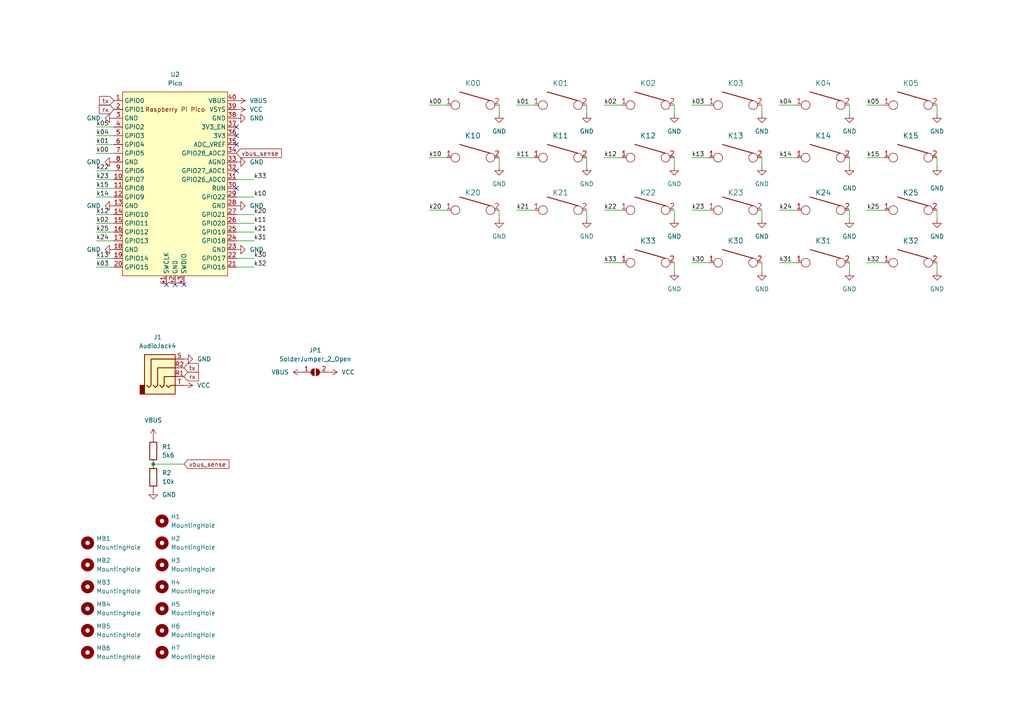
<source format=kicad_sch>
(kicad_sch (version 20231120) (generator "eeschema") (generator_version "8.0")
  (paper "A4")
  (title_block (rev "rev1.0"))
  (lib_symbols
    (symbol "Connector_Audio:AudioJack4"
      (property "Reference" "J" (at 0 8.89 0))
      (property "Value" "AudioJack4" (at 0 6.35 0))
      (symbol "AudioJack4_0_1"
        (rectangle (start -6.35 -5.08) (end -7.62 -7.62) (stroke (width 0.254)) (fill (type outline)))
        (polyline (pts (xy 0 -5.08) (xy 0.635 -5.715) (xy 1.27 -5.08) (xy 2.54 -5.08)) (stroke (width 0.254)))
        (polyline (pts (xy -5.715 -5.08) (xy -5.08 -5.715) (xy -4.445 -5.08) (xy -4.445 2.54) (xy 2.54 2.54)) (stroke (width 0.254)))
        (polyline (pts (xy -1.905 -5.08) (xy -1.27 -5.715) (xy -0.635 -5.08) (xy -0.635 -2.54) (xy 2.54 -2.54)) (stroke (width 0.254)))
        (polyline (pts (xy 2.54 0) (xy -2.54 0) (xy -2.54 -5.08) (xy -3.175 -5.715) (xy -3.81 -5.08)) (stroke (width 0.254)))
        (rectangle (start 2.54 3.81) (end -6.35 -7.62) (stroke (width 0.254)) (fill (type background)))
      )
      (symbol "AudioJack4_1_1"
        (pin passive line (at 5.08 -2.54 180) (length 2.54) (name "~") (number "R1"))
        (pin passive line (at 5.08 0 180) (length 2.54) (name "~") (number "R2"))
        (pin passive line (at 5.08 2.54 180) (length 2.54) (name "~") (number "S"))
        (pin passive line (at 5.08 -5.08 180) (length 2.54) (name "~") (number "T"))
      )
    )
    (symbol "Device:R" (pin_numbers hide) (pin_names (offset 0))
      (property "Reference" "R" (at 2.032 0 90))
      (property "Value" "R" (at 0 0 90))
      (symbol "R_0_1"
        (rectangle (start -1.016 -2.54) (end 1.016 2.54) (stroke (width 0.254)))
      )
      (symbol "R_1_1"
        (pin passive line (at 0 3.81 270) (length 1.27) (name "~") (number "1"))
        (pin passive line (at 0 -3.81 90) (length 1.27) (name "~") (number "2"))
      )
    )
    (symbol "Jumper:SolderJumper_2_Open" (pin_names (offset 0) hide)
      (property "Reference" "JP" (at 0 2.032 0))
      (property "Value" "SolderJumper_2_Open" (at 0 -2.54 0))
      (symbol "SolderJumper_2_Open_0_1"
        (arc (start -0.254 1.016) (mid -1.2656 0) (end -0.254 -1.016))
        (arc (start -0.254 1.016) (mid -1.2656 0) (end -0.254 -1.016) (fill (type outline)))
        (polyline (pts (xy -0.254 1.016) (xy -0.254 -1.016)))
        (polyline (pts (xy 0.254 1.016) (xy 0.254 -1.016)))
        (arc (start 0.254 -1.016) (mid 1.2656 0) (end 0.254 1.016))
        (arc (start 0.254 -1.016) (mid 1.2656 0) (end 0.254 1.016) (fill (type outline)))
      )
      (symbol "SolderJumper_2_Open_1_1"
        (pin passive line (at -3.81 0 0) (length 2.54) (name "A") (number "1"))
        (pin passive line (at 3.81 0 180) (length 2.54) (name "B") (number "2"))
      )
    )
    (symbol "KiCad-RP-Pico:Pico"
      (property "Reference" "U" (at -13.97 27.94 0))
      (property "Value" "Pico" (at 0 19.05 0))
      (symbol "Pico_0_0"
        (text "Raspberry Pi Pico" (at 0 21.59 0) (effects (font (size 1.27 1.27))))
      )
      (symbol "Pico_0_1"
        (rectangle (start -15.24 26.67) (end 15.24 -26.67) (fill (type background)))
      )
      (symbol "Pico_1_1"
        (pin bidirectional line (at -17.78 24.13 0) (length 2.54) (name "GPIO0") (number "1"))
        (pin bidirectional line (at -17.78 1.27 0) (length 2.54) (name "GPIO7") (number "10"))
        (pin bidirectional line (at -17.78 -1.27 0) (length 2.54) (name "GPIO8") (number "11"))
        (pin bidirectional line (at -17.78 -3.81 0) (length 2.54) (name "GPIO9") (number "12"))
        (pin power_in line (at -17.78 -6.35 0) (length 2.54) (name "GND") (number "13"))
        (pin bidirectional line (at -17.78 -8.89 0) (length 2.54) (name "GPIO10") (number "14"))
        (pin bidirectional line (at -17.78 -11.43 0) (length 2.54) (name "GPIO11") (number "15"))
        (pin bidirectional line (at -17.78 -13.97 0) (length 2.54) (name "GPIO12") (number "16"))
        (pin bidirectional line (at -17.78 -16.51 0) (length 2.54) (name "GPIO13") (number "17"))
        (pin power_in line (at -17.78 -19.05 0) (length 2.54) (name "GND") (number "18"))
        (pin bidirectional line (at -17.78 -21.59 0) (length 2.54) (name "GPIO14") (number "19"))
        (pin bidirectional line (at -17.78 21.59 0) (length 2.54) (name "GPIO1") (number "2"))
        (pin bidirectional line (at -17.78 -24.13 0) (length 2.54) (name "GPIO15") (number "20"))
        (pin bidirectional line (at 17.78 -24.13 180) (length 2.54) (name "GPIO16") (number "21"))
        (pin bidirectional line (at 17.78 -21.59 180) (length 2.54) (name "GPIO17") (number "22"))
        (pin power_in line (at 17.78 -19.05 180) (length 2.54) (name "GND") (number "23"))
        (pin bidirectional line (at 17.78 -16.51 180) (length 2.54) (name "GPIO18") (number "24"))
        (pin bidirectional line (at 17.78 -13.97 180) (length 2.54) (name "GPIO19") (number "25"))
        (pin bidirectional line (at 17.78 -11.43 180) (length 2.54) (name "GPIO20") (number "26"))
        (pin bidirectional line (at 17.78 -8.89 180) (length 2.54) (name "GPIO21") (number "27"))
        (pin power_in line (at 17.78 -6.35 180) (length 2.54) (name "GND") (number "28"))
        (pin bidirectional line (at 17.78 -3.81 180) (length 2.54) (name "GPIO22") (number "29"))
        (pin power_in line (at -17.78 19.05 0) (length 2.54) (name "GND") (number "3"))
        (pin input line (at 17.78 -1.27 180) (length 2.54) (name "RUN") (number "30"))
        (pin bidirectional line (at 17.78 1.27 180) (length 2.54) (name "GPIO26_ADC0") (number "31"))
        (pin bidirectional line (at 17.78 3.81 180) (length 2.54) (name "GPIO27_ADC1") (number "32"))
        (pin power_in line (at 17.78 6.35 180) (length 2.54) (name "AGND") (number "33"))
        (pin bidirectional line (at 17.78 8.89 180) (length 2.54) (name "GPIO28_ADC2") (number "34"))
        (pin power_in line (at 17.78 11.43 180) (length 2.54) (name "ADC_VREF") (number "35"))
        (pin power_in line (at 17.78 13.97 180) (length 2.54) (name "3V3") (number "36"))
        (pin input line (at 17.78 16.51 180) (length 2.54) (name "3V3_EN") (number "37"))
        (pin bidirectional line (at 17.78 19.05 180) (length 2.54) (name "GND") (number "38"))
        (pin power_in line (at 17.78 21.59 180) (length 2.54) (name "VSYS") (number "39"))
        (pin bidirectional line (at -17.78 16.51 0) (length 2.54) (name "GPIO2") (number "4"))
        (pin power_in line (at 17.78 24.13 180) (length 2.54) (name "VBUS") (number "40"))
        (pin input line (at -2.54 -29.21 90) (length 2.54) (name "SWCLK") (number "41"))
        (pin power_in line (at 0 -29.21 90) (length 2.54) (name "GND") (number "42"))
        (pin bidirectional line (at 2.54 -29.21 90) (length 2.54) (name "SWDIO") (number "43"))
        (pin bidirectional line (at -17.78 13.97 0) (length 2.54) (name "GPIO3") (number "5"))
        (pin bidirectional line (at -17.78 11.43 0) (length 2.54) (name "GPIO4") (number "6"))
        (pin bidirectional line (at -17.78 8.89 0) (length 2.54) (name "GPIO5") (number "7"))
        (pin power_in line (at -17.78 6.35 0) (length 2.54) (name "GND") (number "8"))
        (pin bidirectional line (at -17.78 3.81 0) (length 2.54) (name "GPIO6") (number "9"))
      )
    )
    (symbol "Mechanical:MountingHole" (pin_names (offset 1.016))
      (property "Reference" "H" (at 0 5.08 0))
      (property "Value" "MountingHole" (at 0 3.175 0))
      (symbol "MountingHole_0_1"
        (circle (center 0 0) (radius 1.27) (stroke (width 1.27)))
      )
    )
    (symbol "keyboard_parts:KEYSW" (pin_names (offset 1.016))
      (property "Reference" "K?" (at -1.27 0 0))
      (symbol "KEYSW_0_1"
        (circle (center -5.08 0) (radius 1.27))
        (polyline (pts (xy -5.08 1.27) (xy 3.81 3.81)) (stroke (width 0.254)))
        (circle (center 5.08 0) (radius 1.27))
      )
      (symbol "KEYSW_1_1"
        (pin passive line (at 7.62 0 180) (length 1.27) (name "~") (number "1"))
        (pin passive line (at -7.62 0 0) (length 1.27) (name "~") (number "2"))
      )
    )
    (symbol "power:GND" (power) (pin_names (offset 0))
      (property "Value" "GND" (at 0 -3.81 0))
      (symbol "GND_0_1"
        (polyline (pts (xy 0 0) (xy 0 -1.27) (xy 1.27 -1.27) (xy 0 -2.54) (xy -1.27 -1.27) (xy 0 -1.27)))
      )
      (symbol "GND_1_1"
        (pin power_in line (at 0 0 270) (length 0) hide (name "GND") (number "1"))
      )
    )
    (symbol "power:VBUS" (power) (pin_names (offset 0))
      (property "Value" "VBUS" (at 0 3.81 0))
      (symbol "VBUS_0_1"
        (polyline (pts (xy -0.762 1.27) (xy 0 2.54)))
        (polyline (pts (xy 0 0) (xy 0 2.54)))
        (polyline (pts (xy 0 2.54) (xy 0.762 1.27)))
      )
      (symbol "VBUS_1_1"
        (pin power_in line (at 0 0 90) (length 0) hide (name "VBUS") (number "1"))
      )
    )
    (symbol "power:VCC" (power) (pin_names (offset 0))
      (property "Value" "VCC" (at 0 3.81 0))
      (symbol "VCC_0_1"
        (polyline (pts (xy -0.762 1.27) (xy 0 2.54)))
        (polyline (pts (xy 0 0) (xy 0 2.54)))
        (polyline (pts (xy 0 2.54) (xy 0.762 1.27)))
      )
      (symbol "VCC_1_1"
        (pin power_in line (at 0 0 90) (length 0) hide (name "VCC") (number "1"))
      )
    )
  )
  (junction (at 44.45 134.62))
  (no_connect (at 68.58 49.53))
  (no_connect (at 53.34 82.55))
  (no_connect (at 50.8 82.55))
  (no_connect (at 48.26 82.55))
  (no_connect (at 68.58 39.37))
  (no_connect (at 68.58 41.91))
  (no_connect (at 68.58 36.83))
  (no_connect (at 68.58 54.61))
  (wire (pts (xy 149.86 60.96) (xy 154.94 60.96)))
  (wire (pts (xy 27.94 41.91) (xy 33.02 41.91)))
  (wire (pts (xy 200.66 45.72) (xy 205.74 45.72)))
  (wire (pts (xy 251.46 30.48) (xy 256.54 30.48)))
  (wire (pts (xy 124.46 45.72) (xy 129.54 45.72)))
  (wire (pts (xy 200.66 60.96) (xy 205.74 60.96)))
  (wire (pts (xy 68.58 67.31) (xy 73.66 67.31)))
  (wire (pts (xy 149.86 45.72) (xy 154.94 45.72)))
  (wire (pts (xy 27.94 49.53) (xy 33.02 49.53)))
  (wire (pts (xy 68.58 62.23) (xy 73.66 62.23)))
  (wire (pts (xy 27.94 74.93) (xy 33.02 74.93)))
  (wire (pts (xy 175.26 60.96) (xy 180.34 60.96)))
  (wire (pts (xy 251.46 60.96) (xy 256.54 60.96)))
  (wire (pts (xy 195.58 63.5) (xy 195.58 60.96)))
  (wire (pts (xy 144.78 63.5) (xy 144.78 60.96)))
  (wire (pts (xy 246.38 48.26) (xy 246.38 45.72)))
  (wire (pts (xy 220.98 48.26) (xy 220.98 45.72)))
  (wire (pts (xy 144.78 48.26) (xy 144.78 45.72)))
  (wire (pts (xy 27.94 67.31) (xy 33.02 67.31)))
  (wire (pts (xy 27.94 77.47) (xy 33.02 77.47)))
  (wire (pts (xy 175.26 45.72) (xy 180.34 45.72)))
  (wire (pts (xy 246.38 78.74) (xy 246.38 76.2)))
  (wire (pts (xy 271.78 48.26) (xy 271.78 45.72)))
  (wire (pts (xy 200.66 76.2) (xy 205.74 76.2)))
  (wire (pts (xy 226.06 45.72) (xy 231.14 45.72)))
  (wire (pts (xy 68.58 57.15) (xy 73.66 57.15)))
  (wire (pts (xy 200.66 30.48) (xy 205.74 30.48)))
  (wire (pts (xy 220.98 78.74) (xy 220.98 76.2)))
  (wire (pts (xy 271.78 63.5) (xy 271.78 60.96)))
  (wire (pts (xy 124.46 60.96) (xy 129.54 60.96)))
  (wire (pts (xy 27.94 69.85) (xy 33.02 69.85)))
  (wire (pts (xy 27.94 54.61) (xy 33.02 54.61)))
  (wire (pts (xy 144.78 33.02) (xy 144.78 30.48)))
  (wire (pts (xy 195.58 48.26) (xy 195.58 45.72)))
  (wire (pts (xy 170.18 63.5) (xy 170.18 60.96)))
  (wire (pts (xy 246.38 63.5) (xy 246.38 60.96)))
  (wire (pts (xy 175.26 76.2) (xy 180.34 76.2)))
  (wire (pts (xy 226.06 30.48) (xy 231.14 30.48)))
  (wire (pts (xy 124.46 30.48) (xy 129.54 30.48)))
  (wire (pts (xy 27.94 39.37) (xy 33.02 39.37)))
  (wire (pts (xy 27.94 57.15) (xy 33.02 57.15)))
  (wire (pts (xy 170.18 48.26) (xy 170.18 45.72)))
  (wire (pts (xy 195.58 78.74) (xy 195.58 76.2)))
  (wire (pts (xy 175.26 30.48) (xy 180.34 30.48)))
  (wire (pts (xy 68.58 74.93) (xy 73.66 74.93)))
  (wire (pts (xy 73.66 52.07) (xy 68.58 52.07)))
  (wire (pts (xy 27.94 36.83) (xy 33.02 36.83)))
  (wire (pts (xy 27.94 64.77) (xy 33.02 64.77)))
  (wire (pts (xy 44.45 134.62) (xy 53.34 134.62)))
  (wire (pts (xy 68.58 77.47) (xy 73.66 77.47)))
  (wire (pts (xy 195.58 33.02) (xy 195.58 30.48)))
  (wire (pts (xy 251.46 45.72) (xy 256.54 45.72)))
  (wire (pts (xy 27.94 44.45) (xy 33.02 44.45)))
  (wire (pts (xy 226.06 60.96) (xy 231.14 60.96)))
  (wire (pts (xy 68.58 64.77) (xy 73.66 64.77)))
  (wire (pts (xy 170.18 33.02) (xy 170.18 30.48)))
  (wire (pts (xy 226.06 76.2) (xy 231.14 76.2)))
  (wire (pts (xy 271.78 33.02) (xy 271.78 30.48)))
  (wire (pts (xy 246.38 33.02) (xy 246.38 30.48)))
  (wire (pts (xy 251.46 76.2) (xy 256.54 76.2)))
  (wire (pts (xy 220.98 33.02) (xy 220.98 30.48)))
  (wire (pts (xy 27.94 52.07) (xy 33.02 52.07)))
  (wire (pts (xy 27.94 62.23) (xy 33.02 62.23)))
  (wire (pts (xy 149.86 30.48) (xy 154.94 30.48)))
  (wire (pts (xy 68.58 69.85) (xy 73.66 69.85)))
  (wire (pts (xy 271.78 78.74) (xy 271.78 76.2)))
  (wire (pts (xy 220.98 63.5) (xy 220.98 60.96)))
  (label "k33" (at 175.26 76.2 0))
  (label "k11" (at 73.66 64.77 0))
  (label "k21" (at 73.66 67.31 0))
  (label "k13" (at 27.94 74.93 0))
  (label "k30" (at 200.66 76.2 0))
  (label "k02" (at 175.26 30.48 0))
  (label "k04" (at 226.06 30.48 0))
  (label "k20" (at 73.66 62.23 0))
  (label "k00" (at 27.94 44.45 0))
  (label "k01" (at 27.94 41.91 0))
  (label "k00" (at 124.46 30.48 0))
  (label "k03" (at 200.66 30.48 0))
  (label "k15" (at 251.46 45.72 0))
  (label "k23" (at 200.66 60.96 0))
  (label "k10" (at 73.66 57.15 0))
  (label "k24" (at 226.06 60.96 0))
  (label "k05" (at 251.46 30.48 0))
  (label "k32" (at 73.66 77.47 0))
  (label "k22" (at 175.26 60.96 0))
  (label "k03" (at 27.94 77.47 0))
  (label "k02" (at 27.94 64.77 0))
  (label "k01" (at 149.86 30.48 0))
  (label "k22" (at 27.94 49.53 0))
  (label "k10" (at 124.46 45.72 0))
  (label "k12" (at 27.94 62.23 0))
  (label "k30" (at 73.66 74.93 0))
  (label "k31" (at 73.66 69.85 0))
  (label "k24" (at 27.94 69.85 0))
  (label "k32" (at 251.46 76.2 0))
  (label "k14" (at 226.06 45.72 0))
  (label "k12" (at 175.26 45.72 0))
  (label "k23" (at 27.94 52.07 0))
  (label "k11" (at 149.86 45.72 0))
  (label "k15" (at 27.94 54.61 0))
  (label "k25" (at 27.94 67.31 0))
  (label "k33" (at 73.66 52.07 0))
  (label "k04" (at 27.94 39.37 0))
  (label "k31" (at 226.06 76.2 0))
  (label "k13" (at 200.66 45.72 0))
  (label "k21" (at 149.86 60.96 0))
  (label "k25" (at 251.46 60.96 0))
  (label "k05" (at 27.94 36.83 0))
  (label "k14" (at 27.94 57.15 0))
  (label "k20" (at 124.46 60.96 0))
  (global_label "rx" (shape input) (at 53.34 109.22 0) (property "Intersheetrefs" "${INTERSHEET_REFS}" (effects (hide yes))))
  (global_label "vbus_sense" (shape input) (at 53.34 134.62 0) (property "Intersheetrefs" "${INTERSHEET_REFS}" (effects (hide yes))))
  (global_label "tx" (shape input) (at 53.34 106.68 0) (property "Intersheetrefs" "${INTERSHEET_REFS}" (effects (hide yes))))
  (global_label "tx" (shape input) (at 33.02 29.21 180) (property "Intersheetrefs" "${INTERSHEET_REFS}" (effects (hide yes))))
  (global_label "vbus_sense" (shape input) (at 68.58 44.45 0) (property "Intersheetrefs" "${INTERSHEET_REFS}" (effects (hide yes))))
  (global_label "rx" (shape input) (at 33.02 31.75 180) (property "Intersheetrefs" "${INTERSHEET_REFS}" (effects (hide yes))))
  (symbol (lib_id "keyboard_parts:KEYSW") (at 264.16 76.2 0) (mirror y) (unit 1)
    (property "Reference" "K32" (at 264.16 69.85 0) (effects (font (size 1.524 1.524))))
    (property "Value" "KEYSW" (effects (hide yes)))
    (property "Footprint" "PIANTORUV44-footprints:PIANTORUV-KEYSWITCH" (effects (hide yes)))
  )
  (symbol (lib_id "Mechanical:MountingHole") (at 25.4 170.18 0) (unit 1)
    (property "Reference" "MB3" (at 27.94 168.9099 0) (effects (justify left)))
    (property "Value" "MountingHole" (at 27.94 171.4499 0) (effects (justify left)))
    (property "Footprint" "PIANTORUV44-footprints:PIANTORUV-MOUSEBITES3" (effects (hide yes)))
  )
  (symbol (lib_id "power:GND") (at 195.58 48.26 0) (unit 1)
    (property "Reference" "#PWR0104" (effects (hide yes)))
    (property "Value" "GND" (at 195.58 53.34 0))
  )
  (symbol (lib_id "power:VBUS") (at 68.58 29.21 270) (unit 1)
    (property "Reference" "#PWR0124" (effects (hide yes)))
    (property "Value" "VBUS" (at 72.39 29.2099 90) (effects (justify left)))
  )
  (symbol (lib_id "power:VBUS") (at 87.63 107.95 90) (unit 1)
    (property "Reference" "#PWR02" (effects (hide yes)))
    (property "Value" "VBUS" (at 83.82 107.95 90) (effects (justify left)))
  )
  (symbol (lib_id "power:GND") (at 53.34 104.14 90) (unit 1)
    (property "Reference" "#PWR01" (effects (hide yes)))
    (property "Value" "GND" (at 57.15 104.1399 90) (effects (justify right)))
  )
  (symbol (lib_id "power:VCC") (at 95.25 107.95 270) (unit 1)
    (property "Reference" "#PWR03" (effects (hide yes)))
    (property "Value" "VCC" (at 99.06 107.9499 90) (effects (justify left)))
  )
  (symbol (lib_id "power:GND") (at 33.02 59.69 270) (unit 1)
    (property "Reference" "#PWR0128" (effects (hide yes)))
    (property "Value" "GND" (at 29.21 59.6899 90) (effects (justify right)))
  )
  (symbol (lib_id "keyboard_parts:KEYSW") (at 238.76 60.96 0) (mirror y) (unit 1)
    (property "Reference" "K24" (at 238.76 55.88 0) (effects (font (size 1.524 1.524))))
    (property "Value" "KEYSW" (effects (hide yes)))
    (property "Footprint" "PIANTORUV44-footprints:PIANTORUV-KEYSWITCH" (effects (hide yes)))
  )
  (symbol (lib_id "power:GND") (at 68.58 46.99 90) (unit 1)
    (property "Reference" "#PWR0111" (effects (hide yes)))
    (property "Value" "GND" (at 72.39 46.9899 90) (effects (justify right)))
  )
  (symbol (lib_id "power:VCC") (at 53.34 111.76 270) (unit 1)
    (property "Reference" "#PWR04" (effects (hide yes)))
    (property "Value" "VCC" (at 57.15 111.7599 90) (effects (justify left)))
  )
  (symbol (lib_id "keyboard_parts:KEYSW") (at 137.16 30.48 0) (mirror y) (unit 1)
    (property "Reference" "K00" (at 137.16 24.13 0) (effects (font (size 1.524 1.524))))
    (property "Value" "KEYSW" (effects (hide yes)))
    (property "Footprint" "PIANTORUV44-footprints:PIANTORUV-KEYSWITCH" (effects (hide yes)))
  )
  (symbol (lib_id "power:GND") (at 195.58 78.74 0) (unit 1)
    (property "Reference" "#PWR05" (effects (hide yes)))
    (property "Value" "GND" (at 195.58 83.82 0))
  )
  (symbol (lib_id "Mechanical:MountingHole") (at 46.99 170.18 0) (unit 1)
    (property "Reference" "H4" (at 49.53 168.9099 0) (effects (justify left)))
    (property "Value" "MountingHole" (at 49.53 171.4499 0) (effects (justify left)))
    (property "Footprint" "MountingHole:MountingHole_2.2mm_M2" (effects (hide yes)))
  )
  (symbol (lib_id "power:VBUS") (at 44.45 127 0) (unit 1)
    (property "Reference" "#PWR0125" (effects (hide yes)))
    (property "Value" "VBUS" (at 44.45 121.92 0))
  )
  (symbol (lib_id "keyboard_parts:KEYSW") (at 264.16 45.72 0) (mirror y) (unit 1)
    (property "Reference" "K15" (at 264.16 39.37 0) (effects (font (size 1.524 1.524))))
    (property "Value" "KEYSW" (effects (hide yes)))
    (property "Footprint" "PIANTORUV44-footprints:PIANTORUV-KEYSWITCH" (effects (hide yes)))
  )
  (symbol (lib_id "power:GND") (at 144.78 48.26 0) (unit 1)
    (property "Reference" "#PWR0107" (effects (hide yes)))
    (property "Value" "GND" (at 144.78 53.34 0))
  )
  (symbol (lib_id "power:GND") (at 195.58 63.5 0) (unit 1)
    (property "Reference" "#PWR0105" (effects (hide yes)))
    (property "Value" "GND" (at 195.58 68.58 0))
  )
  (symbol (lib_id "Mechanical:MountingHole") (at 25.4 163.83 0) (unit 1)
    (property "Reference" "MB2" (at 27.94 162.5599 0) (effects (justify left)))
    (property "Value" "MountingHole" (at 27.94 165.0999 0) (effects (justify left)))
    (property "Footprint" "PIANTORUV44-footprints:PIANTORUV-MOUSEBITES2" (effects (hide yes)))
  )
  (symbol (lib_id "Mechanical:MountingHole") (at 46.99 157.48 0) (unit 1)
    (property "Reference" "H2" (at 49.53 156.2099 0) (effects (justify left)))
    (property "Value" "MountingHole" (at 49.53 158.7499 0) (effects (justify left)))
    (property "Footprint" "MountingHole:MountingHole_2.2mm_M2" (effects (hide yes)))
  )
  (symbol (lib_id "keyboard_parts:KEYSW") (at 213.36 30.48 0) (mirror y) (unit 1)
    (property "Reference" "K03" (at 213.36 24.13 0) (effects (font (size 1.524 1.524))))
    (property "Value" "KEYSW" (effects (hide yes)))
    (property "Footprint" "PIANTORUV44-footprints:PIANTORUV-KEYSWITCH" (effects (hide yes)))
  )
  (symbol (lib_id "power:GND") (at 246.38 63.5 0) (unit 1)
    (property "Reference" "#PWR0121" (effects (hide yes)))
    (property "Value" "GND" (at 246.38 68.58 0))
  )
  (symbol (lib_id "keyboard_parts:KEYSW") (at 187.96 30.48 0) (mirror y) (unit 1)
    (property "Reference" "K02" (at 187.96 24.13 0) (effects (font (size 1.524 1.524))))
    (property "Value" "KEYSW" (effects (hide yes)))
    (property "Footprint" "PIANTORUV44-footprints:PIANTORUV-KEYSWITCH" (effects (hide yes)))
  )
  (symbol (lib_id "keyboard_parts:KEYSW") (at 162.56 45.72 0) (mirror y) (unit 1)
    (property "Reference" "K11" (at 162.56 39.37 0) (effects (font (size 1.524 1.524))))
    (property "Value" "KEYSW" (effects (hide yes)))
    (property "Footprint" "PIANTORUV44-footprints:PIANTORUV-KEYSWITCH" (effects (hide yes)))
  )
  (symbol (lib_id "keyboard_parts:KEYSW") (at 187.96 60.96 0) (mirror y) (unit 1)
    (property "Reference" "K22" (at 187.96 55.88 0) (effects (font (size 1.524 1.524))))
    (property "Value" "KEYSW" (effects (hide yes)))
    (property "Footprint" "PIANTORUV44-footprints:PIANTORUV-KEYSWITCH" (effects (hide yes)))
  )
  (symbol (lib_id "power:GND") (at 271.78 33.02 0) (unit 1)
    (property "Reference" "#PWR0115" (effects (hide yes)))
    (property "Value" "GND" (at 271.78 38.1 0))
  )
  (symbol (lib_id "power:GND") (at 271.78 63.5 0) (unit 1)
    (property "Reference" "#PWR0118" (effects (hide yes)))
    (property "Value" "GND" (at 271.78 68.58 0))
  )
  (symbol (lib_id "power:GND") (at 271.78 78.74 0) (unit 1)
    (property "Reference" "#PWR0117" (effects (hide yes)))
    (property "Value" "GND" (at 271.78 83.82 0))
  )
  (symbol (lib_id "Mechanical:MountingHole") (at 25.4 157.48 0) (unit 1)
    (property "Reference" "MB1" (at 27.94 156.2099 0) (effects (justify left)))
    (property "Value" "MountingHole" (at 27.94 158.7499 0) (effects (justify left)))
    (property "Footprint" "PIANTORUV44-footprints:PIANTORUV-MOUSEBITES2" (effects (hide yes)))
  )
  (symbol (lib_id "Mechanical:MountingHole") (at 46.99 182.88 0) (unit 1)
    (property "Reference" "H6" (at 49.53 181.6099 0) (effects (justify left)))
    (property "Value" "MountingHole" (at 49.53 184.1499 0) (effects (justify left)))
    (property "Footprint" "MountingHole:MountingHole_2.2mm_M2" (effects (hide yes)))
  )
  (symbol (lib_id "power:GND") (at 246.38 48.26 0) (unit 1)
    (property "Reference" "#PWR0119" (effects (hide yes)))
    (property "Value" "GND" (at 246.38 54.61 0))
  )
  (symbol (lib_id "power:GND") (at 170.18 63.5 0) (unit 1)
    (property "Reference" "#PWR0101" (effects (hide yes)))
    (property "Value" "GND" (at 170.18 68.58 0))
  )
  (symbol (lib_id "keyboard_parts:KEYSW") (at 238.76 30.48 0) (mirror y) (unit 1)
    (property "Reference" "K04" (at 238.76 24.13 0) (effects (font (size 1.524 1.524))))
    (property "Value" "KEYSW" (effects (hide yes)))
    (property "Footprint" "PIANTORUV44-footprints:PIANTORUV-KEYSWITCH" (effects (hide yes)))
  )
  (symbol (lib_id "power:GND") (at 246.38 78.74 0) (unit 1)
    (property "Reference" "#PWR0120" (effects (hide yes)))
    (property "Value" "GND" (at 246.38 83.82 0))
  )
  (symbol (lib_id "power:GND") (at 68.58 72.39 90) (unit 1)
    (property "Reference" "#PWR0135" (effects (hide yes)))
    (property "Value" "GND" (at 72.39 72.3899 90) (effects (justify right)))
  )
  (symbol (lib_id "Device:R") (at 44.45 138.43 0) (unit 1)
    (property "Reference" "R2" (at 46.99 137.1599 0) (effects (justify left)))
    (property "Value" "10k" (at 46.99 139.6999 0) (effects (justify left)))
    (property "Footprint" "Resistor_SMD:R_1206_3216Metric_Pad1.30x1.75mm_HandSolder" (effects (hide yes)))
  )
  (symbol (lib_id "Mechanical:MountingHole") (at 25.4 189.23 0) (unit 1)
    (property "Reference" "MB6" (at 27.94 187.9599 0) (effects (justify left)))
    (property "Value" "MountingHole" (at 27.94 190.4999 0) (effects (justify left)))
    (property "Footprint" "PIANTORUV44-footprints:breakaway-mousebites" (effects (hide yes)))
  )
  (symbol (lib_id "keyboard_parts:KEYSW") (at 213.36 76.2 0) (mirror y) (unit 1)
    (property "Reference" "K30" (at 213.36 69.85 0) (effects (font (size 1.524 1.524))))
    (property "Value" "KEYSW" (effects (hide yes)))
    (property "Footprint" "PIANTORUV44-footprints:PIANTORUV-KEYSWITCH" (effects (hide yes)))
  )
  (symbol (lib_id "power:GND") (at 246.38 33.02 0) (unit 1)
    (property "Reference" "#PWR0112" (effects (hide yes)))
    (property "Value" "GND" (at 246.38 38.1 0))
  )
  (symbol (lib_id "power:GND") (at 33.02 72.39 270) (unit 1)
    (property "Reference" "#PWR0129" (effects (hide yes)))
    (property "Value" "GND" (at 29.21 72.3899 90) (effects (justify right)))
  )
  (symbol (lib_id "power:GND") (at 68.58 34.29 90) (unit 1)
    (property "Reference" "#PWR0132" (effects (hide yes)))
    (property "Value" "GND" (at 72.39 34.2899 90) (effects (justify right)))
  )
  (symbol (lib_id "KiCad-RP-Pico:Pico") (at 50.8 53.34 0) (unit 1)
    (property "Reference" "U2" (at 50.8 21.59 0))
    (property "Value" "Pico" (at 50.8 24.13 0))
    (property "Footprint" "PIANTORUV44-footprints:PIANTORUV-PICO" (effects (hide yes)))
  )
  (symbol (lib_id "keyboard_parts:KEYSW") (at 137.16 60.96 0) (mirror y) (unit 1)
    (property "Reference" "K20" (at 137.16 55.88 0) (effects (font (size 1.524 1.524))))
    (property "Value" "KEYSW" (effects (hide yes)))
    (property "Footprint" "PIANTORUV44-footprints:PIANTORUV-KEYSWITCH" (effects (hide yes)))
  )
  (symbol (lib_id "power:GND") (at 44.45 142.24 0) (unit 1)
    (property "Reference" "#PWR0127" (effects (hide yes)))
    (property "Value" "GND" (at 46.99 143.5099 0) (effects (justify left)))
  )
  (symbol (lib_id "power:VCC") (at 68.58 31.75 270) (unit 1)
    (property "Reference" "#PWR0133" (effects (hide yes)))
    (property "Value" "VCC" (at 72.39 31.7499 90) (effects (justify left)))
  )
  (symbol (lib_id "Mechanical:MountingHole") (at 46.99 176.53 0) (unit 1)
    (property "Reference" "H5" (at 49.53 175.2599 0) (effects (justify left)))
    (property "Value" "MountingHole" (at 49.53 177.7999 0) (effects (justify left)))
    (property "Footprint" "MountingHole:MountingHole_2.2mm_M2" (effects (hide yes)))
  )
  (symbol (lib_id "power:GND") (at 271.78 48.26 0) (unit 1)
    (property "Reference" "#PWR0116" (effects (hide yes)))
    (property "Value" "GND" (at 271.78 54.61 0))
  )
  (symbol (lib_id "keyboard_parts:KEYSW") (at 213.36 60.96 0) (mirror y) (unit 1)
    (property "Reference" "K23" (at 213.36 55.88 0) (effects (font (size 1.524 1.524))))
    (property "Value" "KEYSW" (effects (hide yes)))
    (property "Footprint" "PIANTORUV44-footprints:PIANTORUV-KEYSWITCH" (effects (hide yes)))
  )
  (symbol (lib_id "Connector_Audio:AudioJack4") (at 48.26 106.68 0) (unit 1)
    (property "Reference" "J1" (at 45.72 97.79 0))
    (property "Value" "AudioJack4" (at 45.72 100.33 0))
    (property "Footprint" "PIANTORUV44-footprints:PIANTORUV-TRRS-PJ-320A" (effects (hide yes)))
  )
  (symbol (lib_id "power:GND") (at 68.58 59.69 90) (unit 1)
    (property "Reference" "#PWR0134" (effects (hide yes)))
    (property "Value" "GND" (at 72.39 59.6899 90) (effects (justify right)))
  )
  (symbol (lib_id "keyboard_parts:KEYSW") (at 137.16 45.72 0) (mirror y) (unit 1)
    (property "Reference" "K10" (at 137.16 39.37 0) (effects (font (size 1.524 1.524))))
    (property "Value" "KEYSW" (effects (hide yes)))
    (property "Footprint" "PIANTORUV44-footprints:PIANTORUV-KEYSWITCH" (effects (hide yes)))
  )
  (symbol (lib_id "keyboard_parts:KEYSW") (at 162.56 30.48 0) (mirror y) (unit 1)
    (property "Reference" "K01" (at 162.56 24.13 0) (effects (font (size 1.524 1.524))))
    (property "Value" "KEYSW" (effects (hide yes)))
    (property "Footprint" "PIANTORUV44-footprints:PIANTORUV-KEYSWITCH" (effects (hide yes)))
  )
  (symbol (lib_id "keyboard_parts:KEYSW") (at 264.16 60.96 0) (mirror y) (unit 1)
    (property "Reference" "K25" (at 264.16 55.88 0) (effects (font (size 1.524 1.524))))
    (property "Value" "KEYSW" (effects (hide yes)))
    (property "Footprint" "PIANTORUV44-footprints:PIANTORUV-KEYSWITCH" (effects (hide yes)))
  )
  (symbol (lib_id "power:GND") (at 33.02 46.99 270) (unit 1)
    (property "Reference" "#PWR0131" (effects (hide yes)))
    (property "Value" "GND" (at 29.21 46.9899 90) (effects (justify right)))
  )
  (symbol (lib_id "keyboard_parts:KEYSW") (at 238.76 76.2 0) (mirror y) (unit 1)
    (property "Reference" "K31" (at 238.76 69.85 0) (effects (font (size 1.524 1.524))))
    (property "Value" "KEYSW" (effects (hide yes)))
    (property "Footprint" "PIANTORUV44-footprints:PIANTORUV-KEYSWITCH" (effects (hide yes)))
  )
  (symbol (lib_id "Mechanical:MountingHole") (at 46.99 163.83 0) (unit 1)
    (property "Reference" "H3" (at 49.53 162.5599 0) (effects (justify left)))
    (property "Value" "MountingHole" (at 49.53 165.0999 0) (effects (justify left)))
    (property "Footprint" "MountingHole:MountingHole_2.2mm_M2" (effects (hide yes)))
  )
  (symbol (lib_id "Mechanical:MountingHole") (at 46.99 189.23 0) (unit 1)
    (property "Reference" "H7" (at 49.53 187.9599 0) (effects (justify left)))
    (property "Value" "MountingHole" (at 49.53 190.4999 0) (effects (justify left)))
    (property "Footprint" "MountingHole:MountingHole_2.2mm_M2" (effects (hide yes)))
  )
  (symbol (lib_id "power:GND") (at 220.98 33.02 0) (unit 1)
    (property "Reference" "#PWR0123" (effects (hide yes)))
    (property "Value" "GND" (at 220.98 38.1 0))
  )
  (symbol (lib_id "keyboard_parts:KEYSW") (at 238.76 45.72 0) (mirror y) (unit 1)
    (property "Reference" "K14" (at 238.76 39.37 0) (effects (font (size 1.524 1.524))))
    (property "Value" "KEYSW" (effects (hide yes)))
    (property "Footprint" "PIANTORUV44-footprints:PIANTORUV-KEYSWITCH" (effects (hide yes)))
  )
  (symbol (lib_id "Mechanical:MountingHole") (at 25.4 176.53 0) (unit 1)
    (property "Reference" "MB4" (at 27.94 175.2599 0) (effects (justify left)))
    (property "Value" "MountingHole" (at 27.94 177.7999 0) (effects (justify left)))
    (property "Footprint" "PIANTORUV44-footprints:PIANTORUV-MOUSEBITES3" (effects (hide yes)))
  )
  (symbol (lib_id "Mechanical:MountingHole") (at 25.4 182.88 0) (unit 1)
    (property "Reference" "MB5" (at 27.94 181.6099 0) (effects (justify left)))
    (property "Value" "MountingHole" (at 27.94 184.1499 0) (effects (justify left)))
    (property "Footprint" "PIANTORUV44-footprints:breakaway-mousebites" (effects (hide yes)))
  )
  (symbol (lib_id "power:GND") (at 144.78 33.02 0) (unit 1)
    (property "Reference" "#PWR0109" (effects (hide yes)))
    (property "Value" "GND" (at 144.78 38.1 0))
  )
  (symbol (lib_id "Jumper:SolderJumper_2_Open") (at 91.44 107.95 0) (unit 1)
    (property "Reference" "JP1" (at 91.44 101.6 0))
    (property "Value" "SolderJumper_2_Open" (at 91.44 104.14 0))
    (property "Footprint" "Jumper:SolderJumper-2_P1.3mm_Open_RoundedPad1.0x1.5mm" (effects (hide yes)))
  )
  (symbol (lib_id "power:GND") (at 33.02 34.29 270) (unit 1)
    (property "Reference" "#PWR0130" (effects (hide yes)))
    (property "Value" "GND" (at 29.21 34.2899 90) (effects (justify right)))
  )
  (symbol (lib_id "keyboard_parts:KEYSW") (at 213.36 45.72 0) (mirror y) (unit 1)
    (property "Reference" "K13" (at 213.36 39.37 0) (effects (font (size 1.524 1.524))))
    (property "Value" "KEYSW" (effects (hide yes)))
    (property "Footprint" "PIANTORUV44-footprints:PIANTORUV-KEYSWITCH" (effects (hide yes)))
  )
  (symbol (lib_id "power:GND") (at 195.58 33.02 0) (unit 1)
    (property "Reference" "#PWR0103" (effects (hide yes)))
    (property "Value" "GND" (at 195.58 38.1 0))
  )
  (symbol (lib_id "power:GND") (at 220.98 48.26 0) (unit 1)
    (property "Reference" "#PWR0122" (effects (hide yes)))
    (property "Value" "GND" (at 220.98 53.34 0))
  )
  (symbol (lib_id "keyboard_parts:KEYSW") (at 162.56 60.96 0) (mirror y) (unit 1)
    (property "Reference" "K21" (at 162.56 55.88 0) (effects (font (size 1.524 1.524))))
    (property "Value" "KEYSW" (effects (hide yes)))
    (property "Footprint" "PIANTORUV44-footprints:PIANTORUV-KEYSWITCH" (effects (hide yes)))
  )
  (symbol (lib_id "keyboard_parts:KEYSW") (at 187.96 45.72 0) (mirror y) (unit 1)
    (property "Reference" "K12" (at 187.96 39.37 0) (effects (font (size 1.524 1.524))))
    (property "Value" "KEYSW" (effects (hide yes)))
    (property "Footprint" "PIANTORUV44-footprints:PIANTORUV-KEYSWITCH" (effects (hide yes)))
  )
  (symbol (lib_id "power:GND") (at 220.98 78.74 0) (unit 1)
    (property "Reference" "#PWR0113" (effects (hide yes)))
    (property "Value" "GND" (at 220.98 83.82 0))
  )
  (symbol (lib_id "power:GND") (at 170.18 33.02 0) (unit 1)
    (property "Reference" "#PWR0106" (effects (hide yes)))
    (property "Value" "GND" (at 170.18 38.1 0))
  )
  (symbol (lib_id "keyboard_parts:KEYSW") (at 187.96 76.2 0) (mirror y) (unit 1)
    (property "Reference" "K33" (at 187.96 69.85 0) (effects (font (size 1.524 1.524))))
    (property "Value" "KEYSW" (effects (hide yes)))
    (property "Footprint" "PIANTORUV44-footprints:PIANTORUV-KEYSWITCH" (effects (hide yes)))
  )
  (symbol (lib_id "power:GND") (at 170.18 48.26 0) (unit 1)
    (property "Reference" "#PWR0102" (effects (hide yes)))
    (property "Value" "GND" (at 170.18 53.34 0))
  )
  (symbol (lib_id "Mechanical:MountingHole") (at 46.99 151.13 0) (unit 1)
    (property "Reference" "H1" (at 49.53 149.8599 0) (effects (justify left)))
    (property "Value" "MountingHole" (at 49.53 152.3999 0) (effects (justify left)))
    (property "Footprint" "MountingHole:MountingHole_2.2mm_M2" (effects (hide yes)))
  )
  (symbol (lib_id "power:GND") (at 220.98 63.5 0) (unit 1)
    (property "Reference" "#PWR0114" (effects (hide yes)))
    (property "Value" "GND" (at 220.98 68.58 0))
  )
  (symbol (lib_id "Device:R") (at 44.45 130.81 0) (unit 1)
    (property "Reference" "R1" (at 46.99 129.5399 0) (effects (justify left)))
    (property "Value" "5k6" (at 46.99 132.0799 0) (effects (justify left)))
    (property "Footprint" "Resistor_SMD:R_1206_3216Metric_Pad1.30x1.75mm_HandSolder" (effects (hide yes)))
  )
  (symbol (lib_id "power:GND") (at 144.78 63.5 0) (unit 1)
    (property "Reference" "#PWR0108" (effects (hide yes)))
    (property "Value" "GND" (at 144.78 68.58 0))
  )
  (symbol (lib_id "keyboard_parts:KEYSW") (at 264.16 30.48 0) (mirror y) (unit 1)
    (property "Reference" "K05" (at 264.16 24.13 0) (effects (font (size 1.524 1.524))))
    (property "Value" "KEYSW" (effects (hide yes)))
    (property "Footprint" "PIANTORUV44-footprints:PIANTORUV-KEYSWITCH" (effects (hide yes)))
  )
)
</source>
